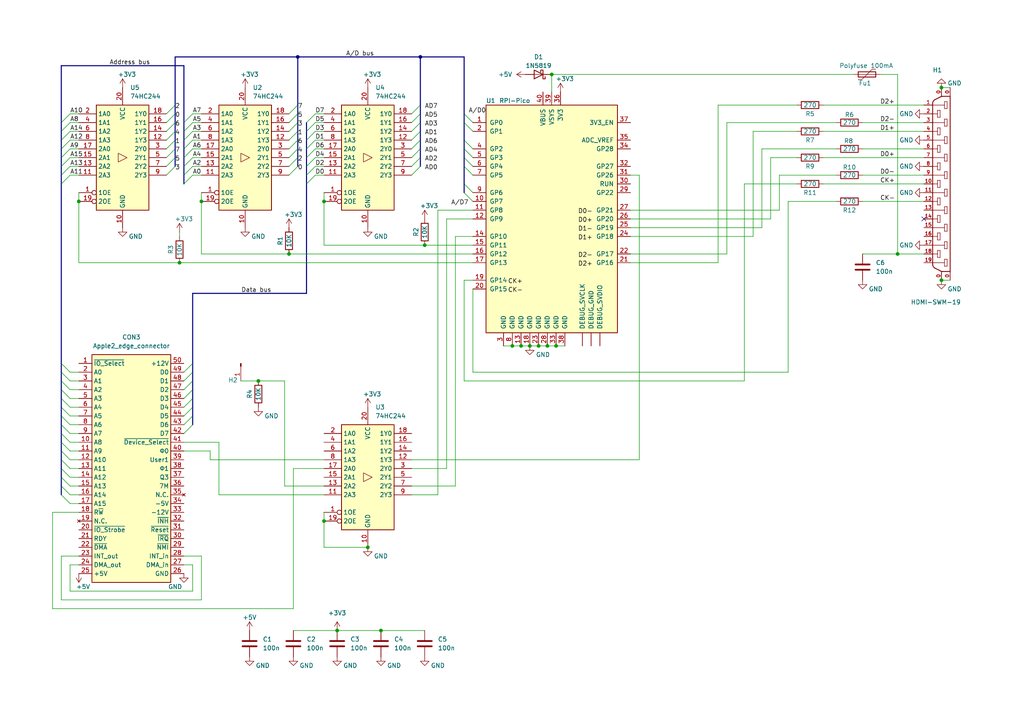
<source format=kicad_sch>
(kicad_sch (version 20231120) (generator "eeschema") (generator_version "8.0")
  (paper "A4")
  (title_block (title "A2DVI.v2.4"))
  (lib_symbols
    (symbol "74xx:74HC244"
      (property "Reference" "U" (at -7.62 16.51 0))
      (property "Value" "74HC244" (at -7.62 -16.51 0))
      (symbol "74HC244_1_0"
        (pin input inverted (at -12.7 -10.16 0) (length 5.08) (name "1OE") (number "1"))
        (pin power_in line (at 0 -20.32 90) (length 5.08) (name "GND") (number "10"))
        (pin input line (at -12.7 -5.08 0) (length 5.08) (name "2A3") (number "11"))
        (pin tri_state line (at 12.7 5.08 180) (length 5.08) (name "1Y3") (number "12"))
        (pin input line (at -12.7 -2.54 0) (length 5.08) (name "2A2") (number "13"))
        (pin tri_state line (at 12.7 7.62 180) (length 5.08) (name "1Y2") (number "14"))
        (pin input line (at -12.7 0 0) (length 5.08) (name "2A1") (number "15"))
        (pin tri_state line (at 12.7 10.16 180) (length 5.08) (name "1Y1") (number "16"))
        (pin input line (at -12.7 2.54 0) (length 5.08) (name "2A0") (number "17"))
        (pin tri_state line (at 12.7 12.7 180) (length 5.08) (name "1Y0") (number "18"))
        (pin input inverted (at -12.7 -12.7 0) (length 5.08) (name "2OE") (number "19"))
        (pin input line (at -12.7 12.7 0) (length 5.08) (name "1A0") (number "2"))
        (pin power_in line (at 0 20.32 270) (length 5.08) (name "VCC") (number "20"))
        (pin tri_state line (at 12.7 2.54 180) (length 5.08) (name "2Y0") (number "3"))
        (pin input line (at -12.7 10.16 0) (length 5.08) (name "1A1") (number "4"))
        (pin tri_state line (at 12.7 0 180) (length 5.08) (name "2Y1") (number "5"))
        (pin input line (at -12.7 7.62 0) (length 5.08) (name "1A2") (number "6"))
        (pin tri_state line (at 12.7 -2.54 180) (length 5.08) (name "2Y2") (number "7"))
        (pin input line (at -12.7 5.08 0) (length 5.08) (name "1A3") (number "8"))
        (pin tri_state line (at 12.7 -5.08 180) (length 5.08) (name "2Y3") (number "9"))
      )
    )
    (symbol "Connector:Conn_01x01_Pin" (pin_names (offset 1.016) hide)
      (property "Reference" "J" (at 0 2.54 0))
      (property "Value" "Conn_01x01_Pin" (at 0 -2.54 0))
      (symbol "Conn_01x01_Pin_1_1"
        (pin passive line (at 5.08 0 180) (length 3.81) (name "Pin_1") (number "1"))
      )
    )
    (symbol "Device:C" (pin_numbers hide) (pin_names (offset 0.254))
      (property "Reference" "C" (at 0.635 2.54 0))
      (property "Value" "C" (at 0.635 -2.54 0))
      (symbol "C_1_1"
        (pin passive line (at 0 3.81 270) (length 2.794) (name "~") (number "1"))
        (pin passive line (at 0 -3.81 90) (length 2.794) (name "~") (number "2"))
      )
    )
    (symbol "Device:Polyfuse" (pin_numbers hide) (pin_names (offset 0))
      (property "Reference" "F" (at -2.54 0 90))
      (property "Value" "Polyfuse" (at 2.54 0 90))
      (symbol "Polyfuse_1_1"
        (pin passive line (at 0 3.81 270) (length 1.27) (name "~") (number "1"))
        (pin passive line (at 0 -3.81 90) (length 1.27) (name "~") (number "2"))
      )
    )
    (symbol "Device:R" (pin_numbers hide) (pin_names (offset 0))
      (property "Reference" "R" (at 2.032 0 90))
      (property "Value" "R" (at 0 0 90))
      (symbol "R_1_1"
        (pin passive line (at 0 3.81 270) (length 1.27) (name "~") (number "1"))
        (pin passive line (at 0 -3.81 90) (length 1.27) (name "~") (number "2"))
      )
    )
    (symbol "Diode:1N6857" (pin_numbers hide) (pin_names (offset 1.016) hide)
      (property "Reference" "D" (at 0 2.54 0))
      (property "Value" "1N6857" (at 0 -2.54 0))
      (symbol "1N6857_1_1"
        (pin passive line (at -3.81 0 0) (length 2.54) (name "K") (number "1"))
        (pin passive line (at 3.81 0 180) (length 2.54) (name "A") (number "2"))
      )
    )
    (symbol "MCU_Microchip_PIC16:RPI-Pico" (pin_names (offset 1.016))
      (property "Reference" "U" (at 6.35 35.56 0))
      (property "Value" "RPI-Pico" (at 6.35 33.02 0))
      (symbol "RPI-Pico_1_1"
        (pin power_in line (at 11.43 -38.1 90) (length 3.81) (name "DEBUG_GND") (number ""))
        (pin bidirectional line (at 8.89 -38.1 90) (length 3.81) (name "DEBUG_SVCLK") (number ""))
        (pin bidirectional line (at 13.97 -38.1 90) (length 3.81) (name "DEBUG_SVDIO") (number ""))
        (pin bidirectional line (at -22.86 26.67 0) (length 3.81) (name "GP0") (number "1"))
        (pin bidirectional line (at -22.86 3.81 0) (length 3.81) (name "GP7") (number "10"))
        (pin bidirectional line (at -22.86 1.27 0) (length 3.81) (name "GP8") (number "11"))
        (pin bidirectional line (at -22.86 -1.27 0) (length 3.81) (name "GP9") (number "12"))
        (pin power_in line (at -8.89 -38.1 90) (length 3.81) (name "GND") (number "13"))
        (pin bidirectional line (at -22.86 -6.35 0) (length 3.81) (name "GP10") (number "14"))
        (pin bidirectional line (at -22.86 -8.89 0) (length 3.81) (name "GP11") (number "15"))
        (pin bidirectional line (at -22.86 -11.43 0) (length 3.81) (name "GP12") (number "16"))
        (pin bidirectional line (at -22.86 -13.97 0) (length 3.81) (name "GP13") (number "17"))
        (pin power_in line (at -6.35 -38.1 90) (length 3.81) (name "GND") (number "18"))
        (pin bidirectional line (at -22.86 -19.05 0) (length 3.81) (name "GP14") (number "19"))
        (pin bidirectional line (at -22.86 24.13 0) (length 3.81) (name "GP1") (number "2"))
        (pin bidirectional line (at -22.86 -21.59 0) (length 3.81) (name "GP15") (number "20"))
        (pin bidirectional line (at 22.86 -13.97 180) (length 3.81) (name "GP16") (number "21"))
        (pin bidirectional line (at 22.86 -11.43 180) (length 3.81) (name "GP17") (number "22"))
        (pin power_in line (at -3.81 -38.1 90) (length 3.81) (name "GND") (number "23"))
        (pin bidirectional line (at 22.86 -6.35 180) (length 3.81) (name "GP18") (number "24"))
        (pin bidirectional line (at 22.86 -3.81 180) (length 3.81) (name "GP19") (number "25"))
        (pin bidirectional line (at 22.86 -1.27 180) (length 3.81) (name "GP20") (number "26"))
        (pin bidirectional line (at 22.86 1.27 180) (length 3.81) (name "GP21") (number "27"))
        (pin power_in line (at -1.27 -38.1 90) (length 3.81) (name "GND") (number "28"))
        (pin bidirectional line (at 22.86 6.35 180) (length 3.81) (name "GP22") (number "29"))
        (pin power_in line (at -13.97 -38.1 90) (length 3.81) (name "GND") (number "3"))
        (pin bidirectional line (at 22.86 8.89 180) (length 3.81) (name "RUN") (number "30"))
        (pin bidirectional line (at 22.86 11.43 180) (length 3.81) (name "GP26") (number "31"))
        (pin bidirectional line (at 22.86 13.97 180) (length 3.81) (name "GP27") (number "32"))
        (pin power_in line (at 1.27 -38.1 90) (length 3.81) (name "GND") (number "33"))
        (pin bidirectional line (at 22.86 19.05 180) (length 3.81) (name "GP28") (number "34"))
        (pin bidirectional line (at 22.86 21.59 180) (length 3.81) (name "ADC_VREF") (number "35"))
        (pin power_in line (at 2.54 35.56 270) (length 3.81) (name "3V3") (number "36"))
        (pin bidirectional line (at 22.86 26.67 180) (length 3.81) (name "3V3_EN") (number "37"))
        (pin power_in line (at 3.81 -38.1 90) (length 3.81) (name "GND") (number "38"))
        (pin power_in line (at 0 35.56 270) (length 3.81) (name "VSYS") (number "39"))
        (pin bidirectional line (at -22.86 19.05 0) (length 3.81) (name "GP2") (number "4"))
        (pin power_in line (at -2.54 35.56 270) (length 3.81) (name "VBUS") (number "40"))
        (pin bidirectional line (at -22.86 16.51 0) (length 3.81) (name "GP3") (number "5"))
        (pin bidirectional line (at -22.86 13.97 0) (length 3.81) (name "GP4") (number "6"))
        (pin bidirectional line (at -22.86 11.43 0) (length 3.81) (name "GP5") (number "7"))
        (pin power_in line (at -11.43 -38.1 90) (length 3.81) (name "GND") (number "8"))
        (pin bidirectional line (at -22.86 6.35 0) (length 3.81) (name "GP6") (number "9"))
      )
    )
    (symbol "Neo6502_Rev_B:GND" (power) (pin_names (offset 0))
      (property "Value" "GND" (at 0 -3.81 0))
      (symbol "GND_1_1"
        (pin power_in line (at 0 0 270) (length 0) hide (name "GND") (number "1"))
      )
    )
    (symbol "Neo6502_Rev_B:HDMI-SWM-19" (pin_names (offset 1.016) hide)
      (property "Reference" "HDMI" (at 2.54 25.4 0))
      (property "Value" "HDMI-SWM-19" (at 2.54 -27.94 0))
      (symbol "HDMI-SWM-19_1_1"
        (pin input line (at 0 27.94 270) (length 2.54) (name "20") (number "0"))
        (pin input line (at -2.54 27.94 270) (length 2.54) (name "21") (number "0"))
        (pin input line (at 0 -27.94 90) (length 2.54) (name "22") (number "0"))
        (pin input line (at -2.54 -27.94 90) (length 2.54) (name "23") (number "0"))
        (pin input line (at 5.08 22.86 180) (length 2.54) (name "1") (number "1"))
        (pin input line (at 5.08 0 180) (length 2.54) (name "10") (number "10"))
        (pin input line (at 5.08 -2.54 180) (length 2.54) (name "11") (number "11"))
        (pin input line (at 5.08 -5.08 180) (length 2.54) (name "12") (number "12"))
        (pin input line (at 5.08 -7.62 180) (length 2.54) (name "13") (number "13"))
        (pin input line (at 5.08 -10.16 180) (length 2.54) (name "14") (number "14"))
        (pin input line (at 5.08 -12.7 180) (length 2.54) (name "15") (number "15"))
        (pin input line (at 5.08 -15.24 180) (length 2.54) (name "16") (number "16"))
        (pin input line (at 5.08 -17.78 180) (length 2.54) (name "17") (number "17"))
        (pin input line (at 5.08 -20.32 180) (length 2.54) (name "18") (number "18"))
        (pin input line (at 5.08 -22.86 180) (length 2.54) (name "19") (number "19"))
        (pin input line (at 5.08 20.32 180) (length 2.54) (name "2") (number "2"))
        (pin input line (at 5.08 17.78 180) (length 2.54) (name "3") (number "3"))
        (pin input line (at 5.08 15.24 180) (length 2.54) (name "4") (number "4"))
        (pin input line (at 5.08 12.7 180) (length 2.54) (name "5") (number "5"))
        (pin input line (at 5.08 10.16 180) (length 2.54) (name "6") (number "6"))
        (pin input line (at 5.08 7.62 180) (length 2.54) (name "7") (number "7"))
        (pin input line (at 5.08 5.08 180) (length 2.54) (name "8") (number "8"))
        (pin input line (at 5.08 2.54 180) (length 2.54) (name "9") (number "9"))
      )
    )
    (symbol "Ralle_Library:Apple2_edge_connector"
      (property "Reference" "CON" (at 0 0 0))
      (property "Value" "Apple2_edge_connector" (at 0 -34.29 0))
      (symbol "Apple2_edge_connector_1_1"
        (pin output line (at -15.24 30.48 0) (length 3.81) (name "~{IO_Select}") (number "1"))
        (pin input line (at -15.24 7.62 0) (length 3.81) (name "A8") (number "10"))
        (pin input line (at -15.24 5.08 0) (length 3.81) (name "A9") (number "11"))
        (pin input line (at -15.24 2.54 0) (length 3.81) (name "A10") (number "12"))
        (pin input line (at -15.24 0 0) (length 3.81) (name "A11") (number "13"))
        (pin input line (at -15.24 -2.54 0) (length 3.81) (name "A12") (number "14"))
        (pin input line (at -15.24 -5.08 0) (length 3.81) (name "A13") (number "15"))
        (pin input line (at -15.24 -7.62 0) (length 3.81) (name "A14") (number "16"))
        (pin input line (at -15.24 -10.16 0) (length 3.81) (name "A15") (number "17"))
        (pin input line (at -15.24 -12.7 0) (length 3.81) (name "R~{W}") (number "18"))
        (pin no_connect line (at -15.24 -15.24 0) (length 3.81) (name "N.C.") (number "19"))
        (pin input line (at -15.24 27.94 0) (length 3.81) (name "A0") (number "2"))
        (pin input line (at -15.24 -17.78 0) (length 3.81) (name "~{IO_Strobe}") (number "20"))
        (pin input line (at -15.24 -20.32 0) (length 3.81) (name "RDY") (number "21"))
        (pin bidirectional line (at -15.24 -22.86 0) (length 3.81) (name "~{DMA}") (number "22"))
        (pin input line (at -15.24 -25.4 0) (length 3.81) (name "INT_out") (number "23"))
        (pin input line (at -15.24 -27.94 0) (length 3.81) (name "DMA_out") (number "24"))
        (pin power_in line (at -15.24 -30.48 0) (length 3.81) (name "+5V") (number "25"))
        (pin passive line (at 15.24 -30.48 180) (length 3.81) (name "GND") (number "26"))
        (pin output line (at 15.24 -27.94 180) (length 3.81) (name "DMA_in") (number "27"))
        (pin output line (at 15.24 -25.4 180) (length 3.81) (name "INT_in") (number "28"))
        (pin output line (at 15.24 -22.86 180) (length 3.81) (name "~{NMI}") (number "29"))
        (pin input line (at -15.24 25.4 0) (length 3.81) (name "A1") (number "3"))
        (pin output line (at 15.24 -20.32 180) (length 3.81) (name "~{IRQ}") (number "30"))
        (pin bidirectional line (at 15.24 -17.78 180) (length 3.81) (name "~{Reset}") (number "31"))
        (pin input line (at 15.24 -15.24 180) (length 3.81) (name "~{INH}") (number "32"))
        (pin power_in line (at 15.24 -12.7 180) (length 3.81) (name "-12V") (number "33"))
        (pin power_in line (at 15.24 -10.16 180) (length 3.81) (name "-5V") (number "34"))
        (pin no_connect line (at 15.24 -7.62 180) (length 3.81) (name "N.C.") (number "35"))
        (pin input line (at 15.24 -5.08 180) (length 3.81) (name "7M") (number "36"))
        (pin input line (at 15.24 -2.54 180) (length 3.81) (name "Q3") (number "37"))
        (pin input line (at 15.24 0 180) (length 3.81) (name "Ф1") (number "38"))
        (pin bidirectional line (at 15.24 2.54 180) (length 3.81) (name "User1") (number "39"))
        (pin input line (at -15.24 22.86 0) (length 3.81) (name "A2") (number "4"))
        (pin input line (at 15.24 5.08 180) (length 3.81) (name "Ф0") (number "40"))
        (pin input line (at 15.24 7.62 180) (length 3.81) (name "~{Device_Select}") (number "41"))
        (pin bidirectional line (at 15.24 10.16 180) (length 3.81) (name "D7") (number "42"))
        (pin bidirectional line (at 15.24 12.7 180) (length 3.81) (name "D6") (number "43"))
        (pin bidirectional line (at 15.24 15.24 180) (length 3.81) (name "D5") (number "44"))
        (pin bidirectional line (at 15.24 17.78 180) (length 3.81) (name "D4") (number "45"))
        (pin bidirectional line (at 15.24 20.32 180) (length 3.81) (name "D3") (number "46"))
        (pin bidirectional line (at 15.24 22.86 180) (length 3.81) (name "D2") (number "47"))
        (pin bidirectional line (at 15.24 25.4 180) (length 3.81) (name "D1") (number "48"))
        (pin bidirectional line (at 15.24 27.94 180) (length 3.81) (name "D0") (number "49"))
        (pin input line (at -15.24 20.32 0) (length 3.81) (name "A3") (number "5"))
        (pin power_in line (at 15.24 30.48 180) (length 3.81) (name "+12V") (number "50"))
        (pin input line (at -15.24 17.78 0) (length 3.81) (name "A4") (number "6"))
        (pin input line (at -15.24 15.24 0) (length 3.81) (name "A5") (number "7"))
        (pin input line (at -15.24 12.7 0) (length 3.81) (name "A6") (number "8"))
        (pin input line (at -15.24 10.16 0) (length 3.81) (name "A7") (number "9"))
      )
    )
    (symbol "power:+3V3" (power) (pin_names (offset 0))
      (property "Value" "+3V3" (at 0 3.556 0))
      (symbol "+3V3_1_1"
        (pin power_in line (at 0 0 90) (length 0) hide (name "+3V3") (number "1"))
      )
    )
    (symbol "power:+5V" (power) (pin_names (offset 0))
      (property "Value" "+5V" (at 0 3.556 0))
      (symbol "+5V_1_1"
        (pin power_in line (at 0 0 90) (length 0) hide (name "+5V") (number "1"))
      )
    )
    (symbol "power:GND" (power) (pin_names (offset 0))
      (property "Value" "GND" (at 0 -3.81 0))
      (symbol "GND_1_1"
        (pin power_in line (at 0 0 270) (length 0) hide (name "GND") (number "1"))
      )
    )
  )
  (junction (at 83.82 73.66))
  (junction (at 93.98 58.42))
  (junction (at 273.05 81.28))
  (junction (at 158.75 100.33))
  (junction (at 148.59 100.33))
  (junction (at 93.98 151.13))
  (junction (at 97.79 182.88))
  (junction (at 153.67 100.33))
  (junction (at 161.29 100.33))
  (junction (at 106.68 158.75))
  (junction (at 121.92 16.51))
  (junction (at 52.07 76.2))
  (junction (at 86.36 16.51))
  (junction (at 58.42 58.42))
  (junction (at 74.93 110.49))
  (junction (at 151.13 100.33))
  (junction (at 156.21 100.33))
  (junction (at 260.35 73.66))
  (junction (at 123.19 71.12))
  (junction (at 273.05 25.4))
  (junction (at 110.49 182.88))
  (junction (at 22.86 58.42))
  (junction (at 160.02 21.59))
  (no_connect (at 267.97 63.5))
  (bus_entry (at 83.82 43.18) (size 2.54 -2.54))
  (bus_entry (at 88.9 35.56) (size 2.54 -2.54))
  (bus_entry (at 88.9 38.1) (size 2.54 -2.54))
  (bus_entry (at 88.9 40.64) (size 2.54 -2.54))
  (bus_entry (at 88.9 43.18) (size 2.54 -2.54))
  (bus_entry (at 119.38 43.18) (size 2.54 -2.54))
  (bus_entry (at 119.38 40.64) (size 2.54 -2.54))
  (bus_entry (at 119.38 38.1) (size 2.54 -2.54))
  (bus_entry (at 119.38 35.56) (size 2.54 -2.54))
  (bus_entry (at 119.38 33.02) (size 2.54 -2.54))
  (bus_entry (at 83.82 33.02) (size 2.54 -2.54))
  (bus_entry (at 83.82 35.56) (size 2.54 -2.54))
  (bus_entry (at 83.82 38.1) (size 2.54 -2.54))
  (bus_entry (at 83.82 40.64) (size 2.54 -2.54))
  (bus_entry (at 83.82 48.26) (size 2.54 -2.54))
  (bus_entry (at 83.82 50.8) (size 2.54 -2.54))
  (bus_entry (at 53.34 50.8) (size 2.54 -2.54))
  (bus_entry (at 53.34 53.34) (size 2.54 -2.54))
  (bus_entry (at 53.34 48.26) (size 2.54 -2.54))
  (bus_entry (at 53.34 45.72) (size 2.54 -2.54))
  (bus_entry (at 53.34 43.18) (size 2.54 -2.54))
  (bus_entry (at 53.34 40.64) (size 2.54 -2.54))
  (bus_entry (at 53.34 38.1) (size 2.54 -2.54))
  (bus_entry (at 53.34 35.56) (size 2.54 -2.54))
  (bus_entry (at 83.82 45.72) (size 2.54 -2.54))
  (bus_entry (at 17.78 45.72) (size 2.54 -2.54))
  (bus_entry (at 17.78 48.26) (size 2.54 -2.54))
  (bus_entry (at 17.78 53.34) (size 2.54 -2.54))
  (bus_entry (at 17.78 50.8) (size 2.54 -2.54))
  (bus_entry (at 88.9 45.72) (size 2.54 -2.54))
  (bus_entry (at 88.9 48.26) (size 2.54 -2.54))
  (bus_entry (at 88.9 50.8) (size 2.54 -2.54))
  (bus_entry (at 88.9 53.34) (size 2.54 -2.54))
  (bus_entry (at 119.38 45.72) (size 2.54 -2.54))
  (bus_entry (at 119.38 48.26) (size 2.54 -2.54))
  (bus_entry (at 119.38 50.8) (size 2.54 -2.54))
  (bus_entry (at 48.26 43.18) (size 2.54 -2.54))
  (bus_entry (at 48.26 40.64) (size 2.54 -2.54))
  (bus_entry (at 17.78 35.56) (size 2.54 -2.54))
  (bus_entry (at 17.78 38.1) (size 2.54 -2.54))
  (bus_entry (at 17.78 40.64) (size 2.54 -2.54))
  (bus_entry (at 17.78 43.18) (size 2.54 -2.54))
  (bus_entry (at 48.26 45.72) (size 2.54 -2.54))
  (bus_entry (at 48.26 48.26) (size 2.54 -2.54))
  (bus_entry (at 48.26 50.8) (size 2.54 -2.54))
  (bus_entry (at 48.26 38.1) (size 2.54 -2.54))
  (bus_entry (at 48.26 35.56) (size 2.54 -2.54))
  (bus_entry (at 48.26 33.02) (size 2.54 -2.54))
  (bus_entry (at 53.34 107.95) (size 2.54 -2.54))
  (bus_entry (at 17.78 130.81) (size 2.54 2.54))
  (bus_entry (at 17.78 128.27) (size 2.54 2.54))
  (bus_entry (at 17.78 115.57) (size 2.54 2.54))
  (bus_entry (at 17.78 120.65) (size 2.54 2.54))
  (bus_entry (at 17.78 118.11) (size 2.54 2.54))
  (bus_entry (at 17.78 123.19) (size 2.54 2.54))
  (bus_entry (at 17.78 125.73) (size 2.54 2.54))
  (bus_entry (at 17.78 140.97) (size 2.54 2.54))
  (bus_entry (at 17.78 143.51) (size 2.54 2.54))
  (bus_entry (at 17.78 138.43) (size 2.54 2.54))
  (bus_entry (at 17.78 133.35) (size 2.54 2.54))
  (bus_entry (at 17.78 135.89) (size 2.54 2.54))
  (bus_entry (at 53.34 113.03) (size 2.54 -2.54))
  (bus_entry (at 53.34 110.49) (size 2.54 -2.54))
  (bus_entry (at 17.78 107.95) (size 2.54 2.54))
  (bus_entry (at 17.78 105.41) (size 2.54 2.54))
  (bus_entry (at 17.78 113.03) (size 2.54 2.54))
  (bus_entry (at 17.78 110.49) (size 2.54 2.54))
  (bus_entry (at 53.34 115.57) (size 2.54 -2.54))
  (bus_entry (at 53.34 118.11) (size 2.54 -2.54))
  (bus_entry (at 53.34 120.65) (size 2.54 -2.54))
  (bus_entry (at 53.34 123.19) (size 2.54 -2.54))
  (bus_entry (at 53.34 125.73) (size 2.54 -2.54))
  (bus_entry (at 134.62 33.02) (size 2.54 2.54))
  (bus_entry (at 134.62 35.56) (size 2.54 2.54))
  (bus_entry (at 134.62 40.64) (size 2.54 2.54))
  (bus_entry (at 134.62 43.18) (size 2.54 2.54))
  (bus_entry (at 134.62 45.72) (size 2.54 2.54))
  (bus_entry (at 134.62 55.88) (size 2.54 2.54))
  (bus_entry (at 134.62 48.26) (size 2.54 2.54))
  (bus_entry (at 134.62 53.34) (size 2.54 2.54))
  (wire (pts (xy 137.16 83.82) (xy 137.16 107.95)))
  (wire (pts (xy 208.28 30.48) (xy 208.28 76.2)))
  (wire (pts (xy 210.82 35.56) (xy 242.57 35.56)))
  (wire (pts (xy 69.85 110.49) (xy 74.93 110.49)))
  (wire (pts (xy 119.38 143.51) (xy 127 143.51)))
  (wire (pts (xy 242.57 50.8) (xy 226.06 50.8)))
  (wire (pts (xy 242.57 43.18) (xy 220.98 43.18)))
  (wire (pts (xy 182.88 76.2) (xy 208.28 76.2)))
  (bus (pts (xy 53.34 35.56) (xy 53.34 38.1)))
  (bus (pts (xy 134.62 48.26) (xy 134.62 53.34)))
  (wire (pts (xy 185.42 50.8) (xy 185.42 133.35)))
  (bus (pts (xy 134.62 40.64) (xy 134.62 43.18)))
  (wire (pts (xy 93.98 158.75) (xy 106.68 158.75)))
  (bus (pts (xy 88.9 38.1) (xy 88.9 40.64)))
  (wire (pts (xy 20.32 50.8) (xy 22.86 50.8)))
  (bus (pts (xy 55.88 120.65) (xy 55.88 123.19)))
  (wire (pts (xy 91.44 43.18) (xy 93.98 43.18)))
  (wire (pts (xy 267.97 35.56) (xy 250.19 35.56)))
  (bus (pts (xy 121.92 16.51) (xy 134.62 16.51)))
  (wire (pts (xy 134.62 81.28) (xy 134.62 110.49)))
  (bus (pts (xy 17.78 110.49) (xy 17.78 113.03)))
  (bus (pts (xy 88.9 40.64) (xy 88.9 43.18)))
  (wire (pts (xy 93.98 71.12) (xy 123.19 71.12)))
  (bus (pts (xy 53.34 50.8) (xy 53.34 53.34)))
  (bus (pts (xy 17.78 19.05) (xy 17.78 35.56)))
  (wire (pts (xy 182.88 63.5) (xy 223.52 63.5)))
  (bus (pts (xy 53.34 38.1) (xy 53.34 40.64)))
  (wire (pts (xy 52.07 76.2) (xy 137.16 76.2)))
  (wire (pts (xy 82.55 110.49) (xy 82.55 140.97)))
  (wire (pts (xy 20.32 138.43) (xy 22.86 138.43)))
  (wire (pts (xy 55.88 38.1) (xy 58.42 38.1)))
  (bus (pts (xy 121.92 30.48) (xy 121.92 33.02)))
  (bus (pts (xy 17.78 128.27) (xy 17.78 130.81)))
  (wire (pts (xy 238.76 53.34) (xy 267.97 53.34)))
  (wire (pts (xy 127 60.96) (xy 127 143.51)))
  (bus (pts (xy 121.92 38.1) (xy 121.92 40.64)))
  (wire (pts (xy 58.42 173.99) (xy 17.78 173.99)))
  (bus (pts (xy 86.36 35.56) (xy 86.36 38.1)))
  (bus (pts (xy 88.9 85.09) (xy 88.9 53.34)))
  (wire (pts (xy 91.44 40.64) (xy 93.98 40.64)))
  (wire (pts (xy 91.44 33.02) (xy 93.98 33.02)))
  (wire (pts (xy 63.5 143.51) (xy 93.98 143.51)))
  (wire (pts (xy 20.32 40.64) (xy 22.86 40.64)))
  (bus (pts (xy 88.9 50.8) (xy 88.9 53.34)))
  (bus (pts (xy 55.88 85.09) (xy 88.9 85.09)))
  (wire (pts (xy 58.42 161.29) (xy 58.42 173.99)))
  (wire (pts (xy 228.6 58.42) (xy 242.57 58.42)))
  (wire (pts (xy 275.59 81.28) (xy 273.05 81.28)))
  (bus (pts (xy 134.62 53.34) (xy 134.62 55.88)))
  (wire (pts (xy 110.49 182.88) (xy 123.19 182.88)))
  (wire (pts (xy 137.16 60.96) (xy 127 60.96)))
  (wire (pts (xy 137.16 63.5) (xy 129.54 63.5)))
  (bus (pts (xy 17.78 105.41) (xy 17.78 107.95)))
  (wire (pts (xy 129.54 63.5) (xy 129.54 135.89)))
  (wire (pts (xy 91.44 45.72) (xy 93.98 45.72)))
  (bus (pts (xy 88.9 48.26) (xy 88.9 50.8)))
  (wire (pts (xy 85.09 182.88) (xy 97.79 182.88)))
  (bus (pts (xy 17.78 38.1) (xy 17.78 40.64)))
  (wire (pts (xy 17.78 173.99) (xy 17.78 161.29)))
  (wire (pts (xy 91.44 50.8) (xy 93.98 50.8)))
  (bus (pts (xy 53.34 48.26) (xy 53.34 50.8)))
  (wire (pts (xy 97.79 182.88) (xy 110.49 182.88)))
  (bus (pts (xy 86.36 33.02) (xy 86.36 35.56)))
  (wire (pts (xy 182.88 68.58) (xy 218.44 68.58)))
  (bus (pts (xy 17.78 130.81) (xy 17.78 133.35)))
  (bus (pts (xy 88.9 43.18) (xy 88.9 45.72)))
  (wire (pts (xy 58.42 73.66) (xy 83.82 73.66)))
  (bus (pts (xy 50.8 48.26) (xy 50.8 45.72)))
  (wire (pts (xy 20.32 43.18) (xy 22.86 43.18)))
  (bus (pts (xy 55.88 107.95) (xy 55.88 110.49)))
  (bus (pts (xy 121.92 35.56) (xy 121.92 38.1)))
  (wire (pts (xy 20.32 123.19) (xy 22.86 123.19)))
  (bus (pts (xy 121.92 43.18) (xy 121.92 45.72)))
  (wire (pts (xy 220.98 43.18) (xy 220.98 66.04)))
  (bus (pts (xy 17.78 19.05) (xy 53.34 19.05)))
  (wire (pts (xy 55.88 171.45) (xy 55.88 163.83)))
  (bus (pts (xy 50.8 38.1) (xy 50.8 35.56)))
  (wire (pts (xy 153.67 100.33) (xy 156.21 100.33)))
  (wire (pts (xy 228.6 107.95) (xy 228.6 58.42)))
  (wire (pts (xy 210.82 35.56) (xy 210.82 73.66)))
  (wire (pts (xy 218.44 38.1) (xy 218.44 68.58)))
  (wire (pts (xy 260.35 73.66) (xy 267.97 73.66)))
  (wire (pts (xy 91.44 38.1) (xy 93.98 38.1)))
  (bus (pts (xy 17.78 115.57) (xy 17.78 118.11)))
  (wire (pts (xy 20.32 163.83) (xy 20.32 171.45)))
  (wire (pts (xy 53.34 128.27) (xy 63.5 128.27)))
  (wire (pts (xy 215.9 53.34) (xy 215.9 110.49)))
  (wire (pts (xy 260.35 21.59) (xy 260.35 73.66)))
  (bus (pts (xy 17.78 125.73) (xy 17.78 128.27)))
  (bus (pts (xy 17.78 48.26) (xy 17.78 50.8)))
  (wire (pts (xy 53.34 163.83) (xy 55.88 163.83)))
  (wire (pts (xy 123.19 71.12) (xy 137.16 71.12)))
  (wire (pts (xy 255.27 21.59) (xy 260.35 21.59)))
  (wire (pts (xy 182.88 60.96) (xy 226.06 60.96)))
  (bus (pts (xy 55.88 85.09) (xy 55.88 105.41)))
  (wire (pts (xy 53.34 161.29) (xy 58.42 161.29)))
  (wire (pts (xy 137.16 68.58) (xy 132.08 68.58)))
  (wire (pts (xy 182.88 66.04) (xy 220.98 66.04)))
  (wire (pts (xy 17.78 161.29) (xy 22.86 161.29)))
  (bus (pts (xy 55.88 113.03) (xy 55.88 115.57)))
  (bus (pts (xy 121.92 40.64) (xy 121.92 43.18)))
  (bus (pts (xy 86.36 30.48) (xy 86.36 33.02)))
  (wire (pts (xy 91.44 35.56) (xy 93.98 35.56)))
  (bus (pts (xy 17.78 113.03) (xy 17.78 115.57)))
  (wire (pts (xy 119.38 140.97) (xy 132.08 140.97)))
  (wire (pts (xy 20.32 163.83) (xy 22.86 163.83)))
  (wire (pts (xy 20.32 135.89) (xy 22.86 135.89)))
  (bus (pts (xy 134.62 35.56) (xy 134.62 40.64)))
  (bus (pts (xy 17.78 138.43) (xy 17.78 140.97)))
  (bus (pts (xy 53.34 40.64) (xy 53.34 43.18)))
  (wire (pts (xy 137.16 107.95) (xy 228.6 107.95)))
  (wire (pts (xy 55.88 48.26) (xy 58.42 48.26)))
  (wire (pts (xy 20.32 171.45) (xy 55.88 171.45)))
  (bus (pts (xy 50.8 43.18) (xy 50.8 40.64)))
  (bus (pts (xy 121.92 45.72) (xy 121.92 48.26)))
  (wire (pts (xy 91.44 48.26) (xy 93.98 48.26)))
  (wire (pts (xy 20.32 133.35) (xy 22.86 133.35)))
  (wire (pts (xy 267.97 38.1) (xy 238.76 38.1)))
  (wire (pts (xy 58.42 55.88) (xy 58.42 58.42)))
  (bus (pts (xy 86.36 16.51) (xy 86.36 30.48)))
  (wire (pts (xy 132.08 68.58) (xy 132.08 140.97)))
  (wire (pts (xy 15.24 148.59) (xy 22.86 148.59)))
  (wire (pts (xy 60.96 130.81) (xy 60.96 133.35)))
  (bus (pts (xy 50.8 33.02) (xy 50.8 30.48)))
  (wire (pts (xy 20.32 115.57) (xy 22.86 115.57)))
  (bus (pts (xy 17.78 135.89) (xy 17.78 138.43)))
  (wire (pts (xy 250.19 50.8) (xy 267.97 50.8)))
  (wire (pts (xy 22.86 55.88) (xy 22.86 58.42)))
  (wire (pts (xy 83.82 73.66) (xy 137.16 73.66)))
  (wire (pts (xy 53.34 130.81) (xy 60.96 130.81)))
  (wire (pts (xy 55.88 40.64) (xy 58.42 40.64)))
  (wire (pts (xy 156.21 100.33) (xy 158.75 100.33)))
  (wire (pts (xy 15.24 148.59) (xy 15.24 176.53)))
  (bus (pts (xy 53.34 45.72) (xy 53.34 48.26)))
  (bus (pts (xy 134.62 33.02) (xy 134.62 35.56)))
  (wire (pts (xy 55.88 50.8) (xy 58.42 50.8)))
  (wire (pts (xy 146.05 100.33) (xy 148.59 100.33)))
  (bus (pts (xy 53.34 19.05) (xy 53.34 35.56)))
  (wire (pts (xy 160.02 21.59) (xy 247.65 21.59)))
  (wire (pts (xy 93.98 140.97) (xy 82.55 140.97)))
  (bus (pts (xy 88.9 45.72) (xy 88.9 48.26)))
  (wire (pts (xy 74.93 110.49) (xy 82.55 110.49)))
  (bus (pts (xy 17.78 35.56) (xy 17.78 38.1)))
  (wire (pts (xy 20.32 125.73) (xy 22.86 125.73)))
  (bus (pts (xy 17.78 53.34) (xy 17.78 105.41)))
  (wire (pts (xy 223.52 45.72) (xy 223.52 63.5)))
  (wire (pts (xy 55.88 33.02) (xy 58.42 33.02)))
  (wire (pts (xy 20.32 107.95) (xy 22.86 107.95)))
  (bus (pts (xy 17.78 45.72) (xy 17.78 48.26)))
  (wire (pts (xy 119.38 133.35) (xy 185.42 133.35)))
  (bus (pts (xy 17.78 120.65) (xy 17.78 123.19)))
  (wire (pts (xy 218.44 38.1) (xy 231.14 38.1)))
  (bus (pts (xy 55.88 105.41) (xy 55.88 107.95)))
  (wire (pts (xy 55.88 35.56) (xy 58.42 35.56)))
  (wire (pts (xy 20.32 113.03) (xy 22.86 113.03)))
  (wire (pts (xy 160.02 26.67) (xy 160.02 21.59)))
  (wire (pts (xy 182.88 73.66) (xy 210.82 73.66)))
  (wire (pts (xy 20.32 143.51) (xy 22.86 143.51)))
  (wire (pts (xy 85.09 176.53) (xy 85.09 135.89)))
  (wire (pts (xy 119.38 135.89) (xy 129.54 135.89)))
  (bus (pts (xy 86.36 43.18) (xy 86.36 45.72)))
  (bus (pts (xy 121.92 16.51) (xy 121.92 30.48)))
  (bus (pts (xy 53.34 43.18) (xy 53.34 45.72)))
  (wire (pts (xy 20.32 128.27) (xy 22.86 128.27)))
  (bus (pts (xy 17.78 40.64) (xy 17.78 43.18)))
  (bus (pts (xy 50.8 35.56) (xy 50.8 33.02)))
  (bus (pts (xy 50.8 16.51) (xy 86.36 16.51)))
  (wire (pts (xy 238.76 45.72) (xy 267.97 45.72)))
  (bus (pts (xy 17.78 43.18) (xy 17.78 45.72)))
  (wire (pts (xy 20.32 48.26) (xy 22.86 48.26)))
  (wire (pts (xy 93.98 151.13) (xy 93.98 158.75)))
  (wire (pts (xy 22.86 76.2) (xy 52.07 76.2)))
  (wire (pts (xy 134.62 81.28) (xy 137.16 81.28)))
  (wire (pts (xy 231.14 45.72) (xy 223.52 45.72)))
  (wire (pts (xy 215.9 53.34) (xy 231.14 53.34)))
  (wire (pts (xy 20.32 120.65) (xy 22.86 120.65)))
  (bus (pts (xy 134.62 16.51) (xy 134.62 33.02)))
  (bus (pts (xy 17.78 143.51) (xy 17.78 140.97)))
  (wire (pts (xy 185.42 50.8) (xy 182.88 50.8)))
  (wire (pts (xy 22.86 58.42) (xy 22.86 76.2)))
  (wire (pts (xy 250.19 73.66) (xy 260.35 73.66)))
  (wire (pts (xy 226.06 50.8) (xy 226.06 60.96)))
  (wire (pts (xy 208.28 30.48) (xy 231.14 30.48)))
  (bus (pts (xy 17.78 107.95) (xy 17.78 110.49)))
  (wire (pts (xy 20.32 38.1) (xy 22.86 38.1)))
  (wire (pts (xy 158.75 100.33) (xy 161.29 100.33)))
  (wire (pts (xy 20.32 45.72) (xy 22.86 45.72)))
  (bus (pts (xy 50.8 30.48) (xy 50.8 16.51)))
  (bus (pts (xy 17.78 123.19) (xy 17.78 125.73)))
  (bus (pts (xy 88.9 35.56) (xy 88.9 38.1)))
  (wire (pts (xy 20.32 33.02) (xy 22.86 33.02)))
  (wire (pts (xy 52.07 68.58) (xy 52.07 67.31)))
  (wire (pts (xy 15.24 176.53) (xy 85.09 176.53)))
  (bus (pts (xy 86.36 16.51) (xy 121.92 16.51)))
  (wire (pts (xy 134.62 110.49) (xy 215.9 110.49)))
  (wire (pts (xy 93.98 148.59) (xy 93.98 151.13)))
  (bus (pts (xy 50.8 40.64) (xy 50.8 38.1)))
  (wire (pts (xy 55.88 43.18) (xy 58.42 43.18)))
  (bus (pts (xy 86.36 45.72) (xy 86.36 48.26)))
  (wire (pts (xy 60.96 133.35) (xy 93.98 133.35)))
  (wire (pts (xy 151.13 100.33) (xy 153.67 100.33)))
  (bus (pts (xy 17.78 50.8) (xy 17.78 53.34)))
  (wire (pts (xy 93.98 55.88) (xy 93.98 58.42)))
  (bus (pts (xy 121.92 33.02) (xy 121.92 35.56)))
  (bus (pts (xy 55.88 115.57) (xy 55.88 118.11)))
  (wire (pts (xy 275.59 25.4) (xy 273.05 25.4)))
  (bus (pts (xy 55.88 118.11) (xy 55.88 120.65)))
  (wire (pts (xy 20.32 146.05) (xy 22.86 146.05)))
  (bus (pts (xy 55.88 110.49) (xy 55.88 113.03)))
  (bus (pts (xy 86.36 40.64) (xy 86.36 43.18)))
  (bus (pts (xy 17.78 133.35) (xy 17.78 135.89)))
  (wire (pts (xy 20.32 130.81) (xy 22.86 130.81)))
  (wire (pts (xy 250.19 58.42) (xy 267.97 58.42)))
  (wire (pts (xy 20.32 118.11) (xy 22.86 118.11)))
  (wire (pts (xy 20.32 140.97) (xy 22.86 140.97)))
  (wire (pts (xy 85.09 135.89) (xy 93.98 135.89)))
  (wire (pts (xy 20.32 110.49) (xy 22.86 110.49)))
  (bus (pts (xy 134.62 45.72) (xy 134.62 48.26)))
  (wire (pts (xy 55.88 45.72) (xy 58.42 45.72)))
  (wire (pts (xy 238.76 30.48) (xy 267.97 30.48)))
  (wire (pts (xy 148.59 100.33) (xy 151.13 100.33)))
  (bus (pts (xy 86.36 38.1) (xy 86.36 40.64)))
  (wire (pts (xy 20.32 35.56) (xy 22.86 35.56)))
  (bus (pts (xy 134.62 43.18) (xy 134.62 45.72)))
  (bus (pts (xy 17.78 118.11) (xy 17.78 120.65)))
  (bus (pts (xy 50.8 45.72) (xy 50.8 43.18)))
  (wire (pts (xy 63.5 128.27) (xy 63.5 143.51)))
  (wire (pts (xy 250.19 43.18) (xy 267.97 43.18)))
  (wire (pts (xy 93.98 58.42) (xy 93.98 71.12)))
  (wire (pts (xy 161.29 100.33) (xy 163.83 100.33)))
  (wire (pts (xy 58.42 58.42) (xy 58.42 73.66)))
  (label "AD5" (at 123.19 34.29 0))
  (label "AD1" (at 123.19 39.37 0))
  (label "A10" (at 20.32 33.02 0))
  (label "6" (at 86.36 41.91 0))
  (label "A13" (at 20.32 48.26 0))
  (label "A12" (at 20.32 40.64 0))
  (label "5" (at 86.36 34.29 0))
  (label "AD3" (at 123.19 36.83 0))
  (label "CK-" (at 147.32 85.09 0))
  (label "A1" (at 55.88 40.64 0))
  (label "0" (at 86.36 49.53 0))
  (label "A6" (at 55.88 43.18 0))
  (label "1" (at 50.8 41.91 0))
  (label "D7" (at 91.44 33.02 0))
  (label "AD0" (at 123.19 49.53 0))
  (label "A15" (at 20.32 45.72 0))
  (label "A8" (at 20.32 35.56 0))
  (label "A{slash}D7" (at 130.81 59.69 0))
  (label "1" (at 86.36 39.37 0))
  (label "AD2" (at 123.19 46.99 0))
  (label "4" (at 86.36 44.45 0))
  (label "A14" (at 20.32 38.1 0))
  (label "4" (at 50.8 39.37 0))
  (label "2" (at 86.36 46.99 0))
  (label "D2+" (at 167.64 77.47 0))
  (label "D1-" (at 167.64 67.31 0))
  (label "7" (at 50.8 44.45 0))
  (label "6" (at 50.8 36.83 0))
  (label "2" (at 50.8 31.75 0))
  (label "D2-" (at 255.27 35.56 0))
  (label "D4" (at 91.44 45.72 0))
  (label "D0+" (at 255.27 45.72 0))
  (label "A{slash}D bus" (at 100.33 16.51 0))
  (label "3" (at 86.36 36.83 0))
  (label "A7" (at 55.88 33.02 0))
  (label "D1" (at 91.44 40.64 0))
  (label "D0-" (at 167.64 62.23 0))
  (label "D2+" (at 255.27 30.48 0))
  (label "5" (at 50.8 46.99 0))
  (label "A0" (at 55.88 50.8 0))
  (label "0" (at 50.8 34.29 0))
  (label "D6" (at 91.44 43.18 0))
  (label "AD7" (at 123.19 31.75 0))
  (label "3" (at 50.8 49.53 0))
  (label "D5" (at 91.44 35.56 0))
  (label "D3" (at 91.44 38.1 0))
  (label "Address bus" (at 31.75 19.05 0))
  (label "7" (at 86.36 31.75 0))
  (label "A{slash}D0" (at 135.89 33.02 0))
  (label "AD6" (at 123.19 41.91 0))
  (label "D0+" (at 167.64 64.77 0))
  (label "A3" (at 55.88 38.1 0))
  (label "D0-" (at 255.27 50.8 0))
  (label "D2" (at 91.44 48.26 0))
  (label "A5" (at 55.88 35.56 0))
  (label "D2-" (at 167.64 74.93 0))
  (label "D1+" (at 255.27 38.1 0))
  (label "A2" (at 55.88 48.26 0))
  (label "CK+" (at 255.27 53.34 0))
  (label "CK-" (at 255.27 58.42 0))
  (label "AD4" (at 123.19 44.45 0))
  (label "CK+" (at 147.32 82.55 0))
  (label "A4" (at 55.88 45.72 0))
  (label "D1+" (at 167.64 69.85 0))
  (label "A11" (at 20.32 50.8 0))
  (label "Data bus" (at 78.74 85.09 180))
  (label "A9" (at 20.32 43.18 0))
  (label "D0" (at 91.44 50.8 0))
  (symbol (lib_id "power:+3V3") (at 123.19 63.5 0) (unit 1)
    (property "Reference" "#PWR018" (effects (hide yes)))
    (property "Value" "+3V3" (at 124.46 59.69 0))
  )
  (symbol (lib_id "power:+5V") (at 72.39 182.88 0) (unit 1)
    (property "Reference" "#PWR029" (effects (hide yes)))
    (property "Value" "+5V" (at 72.39 179.07 0))
  )
  (symbol (lib_id "Neo6502_Rev_B:GND") (at 267.97 71.12 270) (mirror x) (unit 1)
    (property "Reference" "#PWR07" (effects (hide yes)))
    (property "Value" "GND" (at 262.89 71.12 90))
  )
  (symbol (lib_id "Device:R") (at 52.07 72.39 0) (unit 1)
    (property "Reference" "R3" (at 49.53 72.39 90))
    (property "Value" "10K" (at 52.07 72.39 90))
    (property "Footprint" "Resistor_SMD:R_0402_1005Metric_Pad0.72x0.64mm_HandSolder" (effects (hide yes)))
  )
  (symbol (lib_id "power:+3V3") (at 52.07 67.31 0) (unit 1)
    (property "Reference" "#PWR015" (effects (hide yes)))
    (property "Value" "+3V3" (at 53.34 63.5 0))
  )
  (symbol (lib_id "power:GND") (at 53.34 166.37 0) (unit 1)
    (property "Reference" "#PWR019" (effects (hide yes)))
    (property "Value" "GND" (at 50.8 170.18 0))
  )
  (symbol (lib_id "Neo6502_Rev_B:GND") (at 273.05 25.4 0) (mirror x) (unit 1)
    (property "Reference" "#PWR09" (effects (hide yes)))
    (property "Value" "GND" (at 276.86 24.13 0))
  )
  (symbol (lib_id "power:+3V3") (at 106.68 118.11 0) (unit 1)
    (property "Reference" "#PWR024" (effects (hide yes)))
    (property "Value" "+3V3" (at 107.95 114.3 0))
  )
  (symbol (lib_id "power:GND") (at 74.93 118.11 0) (unit 1)
    (property "Reference" "#PWR028" (effects (hide yes)))
    (property "Value" "GND" (at 78.74 120.65 0))
  )
  (symbol (lib_id "MCU_Microchip_PIC16:RPI-Pico") (at 160.02 62.23 0) (unit 1)
    (property "Reference" "U1" (at 140.97 29.21 0) (effects (justify left)))
    (property "Value" "RPI-Pico" (at 144.78 29.21 0) (effects (justify left)))
    (property "Datasheet" "RPI-Pico" (effects (hide yes)))
  )
  (symbol (lib_id "power:GND") (at 71.12 66.04 0) (unit 1)
    (property "Reference" "#PWR02" (effects (hide yes)))
    (property "Value" "GND" (at 74.93 68.58 0))
  )
  (symbol (lib_id "power:GND") (at 250.19 81.28 0) (unit 1)
    (property "Reference" "#PWR?" (effects (hide yes)))
    (property "Value" "GND" (at 254 83.82 0))
  )
  (symbol (lib_id "Diode:1N6857") (at 156.21 21.59 180) (unit 1)
    (property "Reference" "D1" (at 156.21 16.51 0))
    (property "Value" "1N5819" (at 156.21 19.05 0))
    (property "Footprint" "Diode_THT:D_DO-35_SOD27_P7.62mm_Horizontal" (effects (hide yes)))
    (property "Datasheet" "https://www.microsemi.com/document-portal/doc_download/8865-lds-0040-datasheet" (effects (hide yes)))
  )
  (symbol (lib_id "74xx:74HC244") (at 71.12 45.72 0) (unit 1)
    (property "Reference" "U2" (at 73.3141 25.4 0) (effects (justify left)))
    (property "Value" "74HC244" (at 73.3141 27.94 0) (effects (justify left)))
    (property "Datasheet" "https://assets.nexperia.com/documents/data-sheet/74HC_HCT244.pdf" (effects (hide yes)))
    (property "Description" "8-bit Buffer/Line Driver 3-state" (effects (hide yes)))
  )
  (symbol (lib_id "power:+3V3") (at 83.82 66.04 0) (unit 1)
    (property "Reference" "#PWR014" (effects (hide yes)))
    (property "Value" "+3V3" (at 85.09 62.23 0))
  )
  (symbol (lib_id "power:GND") (at 123.19 190.5 0) (unit 1)
    (property "Reference" "#PWR?" (effects (hide yes)))
    (property "Value" "GND" (at 127 193.04 0))
  )
  (symbol (lib_id "power:GND") (at 97.79 190.5 0) (unit 1)
    (property "Reference" "#PWR022" (effects (hide yes)))
    (property "Value" "GND" (at 101.6 193.04 0))
  )
  (symbol (lib_id "Device:R") (at 246.38 35.56 90) (unit 1)
    (property "Reference" "R6" (at 246.38 33.274 90))
    (property "Value" "270" (at 246.38 35.56 90))
    (property "Footprint" "Resistor_SMD:R_0402_1005Metric_Pad0.72x0.64mm_HandSolder" (effects (hide yes)))
  )
  (symbol (lib_id "Device:C") (at 110.49 186.69 0) (unit 1)
    (property "Reference" "C4" (at 114.3 185.42 0) (effects (justify left)))
    (property "Value" "100n" (at 114.3 187.96 0) (effects (justify left)))
  )
  (symbol (lib_id "Device:R") (at 234.95 53.34 90) (unit 1)
    (property "Reference" "R11" (at 234.95 55.88 90))
    (property "Value" "270" (at 234.95 53.34 90))
    (property "Footprint" "Resistor_SMD:R_0402_1005Metric_Pad0.72x0.64mm_HandSolder" (effects (hide yes)))
  )
  (symbol (lib_id "Neo6502_Rev_B:GND") (at 267.97 55.88 270) (mirror x) (unit 1)
    (property "Reference" "#PWR06" (effects (hide yes)))
    (property "Value" "GND" (at 262.89 55.88 90))
  )
  (symbol (lib_id "power:GND") (at 153.67 100.33 0) (unit 1)
    (property "Reference" "#PWR?" (effects (hide yes)))
    (property "Value" "GND" (at 157.48 102.87 0))
  )
  (symbol (lib_id "Neo6502_Rev_B:GND") (at 267.97 48.26 270) (mirror x) (unit 1)
    (property "Reference" "#PWR05" (effects (hide yes)))
    (property "Value" "GND" (at 262.89 48.26 90))
  )
  (symbol (lib_id "Neo6502_Rev_B:GND") (at 267.97 40.64 270) (mirror x) (unit 1)
    (property "Reference" "#PWR04" (effects (hide yes)))
    (property "Value" "GND" (at 262.89 40.64 90))
  )
  (symbol (lib_id "74xx:74HC244") (at 106.68 138.43 0) (unit 1)
    (property "Reference" "U3" (at 108.8741 118.11 0) (effects (justify left)))
    (property "Value" "74HC244" (at 108.8741 120.65 0) (effects (justify left)))
    (property "Datasheet" "https://assets.nexperia.com/documents/data-sheet/74HC_HCT244.pdf" (effects (hide yes)))
    (property "Description" "8-bit Buffer/Line Driver 3-state" (effects (hide yes)))
  )
  (symbol (lib_id "power:GND") (at 106.68 158.75 0) (unit 1)
    (property "Reference" "#PWR025" (effects (hide yes)))
    (property "Value" "GND" (at 110.49 161.29 0))
  )
  (symbol (lib_id "Device:Polyfuse") (at 251.46 21.59 90) (unit 1)
    (property "Reference" "Fu1" (at 252.73 24.13 90) (effects (justify left)))
    (property "Value" "Polyfuse 100mA" (at 259.08 19.05 90) (effects (justify left)))
    (property "Datasheet" "MF-R020" (effects (hide yes)))
  )
  (symbol (lib_id "Device:C") (at 123.19 186.69 0) (unit 1)
    (property "Reference" "C5" (at 127 185.42 0) (effects (justify left)))
    (property "Value" "100n" (at 127 187.96 0) (effects (justify left)))
  )
  (symbol (lib_id "Device:R") (at 123.19 67.31 0) (unit 1)
    (property "Reference" "R2" (at 120.65 67.31 90))
    (property "Value" "10K" (at 123.19 67.31 90))
    (property "Footprint" "Resistor_SMD:R_0402_1005Metric_Pad0.72x0.64mm_HandSolder" (effects (hide yes)))
  )
  (symbol (lib_id "Device:R") (at 83.82 69.85 0) (unit 1)
    (property "Reference" "R1" (at 81.28 69.85 90))
    (property "Value" "10K" (at 83.82 69.85 90))
    (property "Footprint" "Resistor_SMD:R_0402_1005Metric_Pad0.72x0.64mm_HandSolder" (effects (hide yes)))
  )
  (symbol (lib_id "Device:R") (at 234.95 30.48 90) (unit 1)
    (property "Reference" "R5" (at 234.95 33.02 90))
    (property "Value" "270" (at 234.95 30.48 90))
    (property "Footprint" "Resistor_SMD:R_0402_1005Metric_Pad0.72x0.64mm_HandSolder" (effects (hide yes)))
  )
  (symbol (lib_id "power:GND") (at 35.56 66.04 0) (unit 1)
    (property "Reference" "#PWR012" (effects (hide yes)))
    (property "Value" "GND" (at 39.37 68.58 0))
  )
  (symbol (lib_id "power:GND") (at 85.09 190.5 0) (unit 1)
    (property "Reference" "#PWR023" (effects (hide yes)))
    (property "Value" "GND" (at 88.9 193.04 0))
  )
  (symbol (lib_id "Device:R") (at 246.38 58.42 90) (unit 1)
    (property "Reference" "R12" (at 246.38 60.96 90))
    (property "Value" "270" (at 246.38 58.42 90))
    (property "Footprint" "Resistor_SMD:R_0402_1005Metric_Pad0.72x0.64mm_HandSolder" (effects (hide yes)))
  )
  (symbol (lib_id "Device:C") (at 250.19 77.47 0) (unit 1)
    (property "Reference" "C6" (at 254 76.2 0) (effects (justify left)))
    (property "Value" "100n" (at 254 78.74 0) (effects (justify left)))
  )
  (symbol (lib_id "power:+3V3") (at 162.56 26.67 0) (unit 1)
    (property "Reference" "#PWR?" (effects (hide yes)))
    (property "Value" "+3V3" (at 163.83 22.86 0))
  )
  (symbol (lib_id "74xx:74HC244") (at 35.56 45.72 0) (unit 1)
    (property "Reference" "U5" (at 37.7541 25.4 0) (effects (justify left)))
    (property "Value" "74HC244" (at 37.7541 27.94 0) (effects (justify left)))
    (property "Datasheet" "https://assets.nexperia.com/documents/data-sheet/74HC_HCT244.pdf" (effects (hide yes)))
    (property "Description" "8-bit Buffer/Line Driver 3-state" (effects (hide yes)))
  )
  (symbol (lib_id "74xx:74HC244") (at 106.68 45.72 0) (unit 1)
    (property "Reference" "U4" (at 108.8741 25.4 0) (effects (justify left)))
    (property "Value" "74HC244" (at 108.8741 27.94 0) (effects (justify left)))
    (property "Datasheet" "https://assets.nexperia.com/documents/data-sheet/74HC_HCT244.pdf" (effects (hide yes)))
    (property "Description" "8-bit Buffer/Line Driver 3-state" (effects (hide yes)))
  )
  (symbol (lib_id "power:GND") (at 110.49 190.5 0) (unit 1)
    (property "Reference" "#PWR021" (effects (hide yes)))
    (property "Value" "GND" (at 114.3 193.04 0))
  )
  (symbol (lib_id "power:+5V") (at 152.4 21.59 90) (unit 1)
    (property "Reference" "#PWR032" (effects (hide yes)))
    (property "Value" "+5V" (at 148.59 21.59 90) (effects (justify left)))
  )
  (symbol (lib_id "power:+3V3") (at 106.68 25.4 0) (unit 1)
    (property "Reference" "#PWR017" (effects (hide yes)))
    (property "Value" "+3V3" (at 107.95 21.59 0))
  )
  (symbol (lib_id "Device:C") (at 85.09 186.69 0) (unit 1)
    (property "Reference" "C2" (at 88.9 185.42 0) (effects (justify left)))
    (property "Value" "100n" (at 88.9 187.96 0) (effects (justify left)))
  )
  (symbol (lib_id "Neo6502_Rev_B:GND") (at 273.05 81.28 0) (mirror y) (unit 1)
    (property "Reference" "#PWR010" (effects (hide yes)))
    (property "Value" "GND" (at 276.86 83.82 0))
  )
  (symbol (lib_id "Device:R") (at 246.38 43.18 90) (unit 1)
    (property "Reference" "R8" (at 246.126 40.894 90))
    (property "Value" "270" (at 246.38 43.18 90))
    (property "Footprint" "Resistor_SMD:R_0402_1005Metric_Pad0.72x0.64mm_HandSolder" (effects (hide yes)))
  )
  (symbol (lib_id "Device:C") (at 72.39 186.69 0) (unit 1)
    (property "Reference" "C1" (at 76.2 185.42 0) (effects (justify left)))
    (property "Value" "100n" (at 76.2 187.96 0) (effects (justify left)))
  )
  (symbol (lib_id "Device:R") (at 74.93 114.3 0) (unit 1)
    (property "Reference" "R4" (at 72.39 114.3 90))
    (property "Value" "10K" (at 74.93 114.3 90))
    (property "Footprint" "Resistor_SMD:R_0402_1005Metric_Pad0.72x0.64mm_HandSolder" (effects (hide yes)))
  )
  (symbol (lib_id "Device:R") (at 234.95 45.72 90) (unit 1)
    (property "Reference" "R9" (at 234.95 48.26 90))
    (property "Value" "270" (at 234.95 45.72 90))
    (property "Footprint" "Resistor_SMD:R_0402_1005Metric_Pad0.72x0.64mm_HandSolder" (effects (hide yes)))
  )
  (symbol (lib_id "Device:R") (at 246.38 50.8 90) (unit 1)
    (property "Reference" "R10" (at 246.38 48.514 90))
    (property "Value" "270" (at 246.38 50.8 90))
    (property "Footprint" "Resistor_SMD:R_0402_1005Metric_Pad0.72x0.64mm_HandSolder" (effects (hide yes)))
  )
  (symbol (lib_id "Connector:Conn_01x01_Pin") (at 69.85 105.41 270) (unit 1)
    (property "Reference" "H2" (at 67.564 110.236 90))
    (property "Value" "Conn_01x01_Pin" (effects (hide yes)))
  )
  (symbol (lib_id "power:GND") (at 106.68 66.04 0) (unit 1)
    (property "Reference" "#PWR016" (effects (hide yes)))
    (property "Value" "GND" (at 110.49 68.58 0))
  )
  (symbol (lib_id "power:GND") (at 72.39 190.5 0) (unit 1)
    (property "Reference" "#PWR027" (effects (hide yes)))
    (property "Value" "GND" (at 76.2 193.04 0))
  )
  (symbol (lib_id "Device:C") (at 97.79 186.69 0) (unit 1)
    (property "Reference" "C3" (at 101.6 185.42 0) (effects (justify left)))
    (property "Value" "100n" (at 101.6 187.96 0) (effects (justify left)))
  )
  (symbol (lib_id "Device:R") (at 234.95 38.1 90) (unit 1)
    (property "Reference" "R7" (at 234.95 40.64 90))
    (property "Value" "270" (at 234.95 38.1 90))
    (property "Footprint" "Resistor_SMD:R_0402_1005Metric_Pad0.72x0.64mm_HandSolder" (effects (hide yes)))
  )
  (symbol (lib_id "power:+3V3") (at 35.56 25.4 0) (unit 1)
    (property "Reference" "#PWR013" (effects (hide yes)))
    (property "Value" "+3V3" (at 36.83 21.59 0))
  )
  (symbol (lib_id "Neo6502_Rev_B:HDMI-SWM-19") (at 273.05 53.34 0) (mirror y) (unit 1)
    (property "Reference" "H1" (at 270.51 20.32 0) (effects (justify right)))
    (property "Value" "HDMI-SWM-19" (at 264.16 87.63 0) (effects (justify right)))
  )
  (symbol (lib_id "Neo6502_Rev_B:GND") (at 267.97 33.02 270) (mirror x) (unit 1)
    (property "Reference" "#PWR03" (effects (hide yes)))
    (property "Value" "GND" (at 262.89 33.02 90))
  )
  (symbol (lib_id "Ralle_Library:Apple2_edge_connector") (at 38.1 135.89 0) (unit 1)
    (property "Reference" "CON3" (at 38.1 97.79 0))
    (property "Value" "Apple2_edge_connector" (at 38.1 100.33 0))
    (property "Footprint" "AppleII:Connector Apple II" (effects (hide yes)))
  )
  (symbol (lib_id "power:+5V") (at 22.86 166.37 180) (unit 1)
    (property "Reference" "#PWR020" (effects (hide yes)))
    (property "Value" "+5V" (at 24.13 170.18 0))
  )
  (symbol (lib_id "power:+3V3") (at 71.12 25.4 0) (unit 1)
    (property "Reference" "#PWR01" (effects (hide yes)))
    (property "Value" "+3V3" (at 72.39 21.59 0))
  )
  (symbol (lib_id "power:+3V3") (at 97.79 182.88 0) (unit 1)
    (property "Reference" "#PWR?" (effects (hide yes)))
    (property "Value" "+3V3" (at 97.79 177.8 0))
  )
)
</source>
